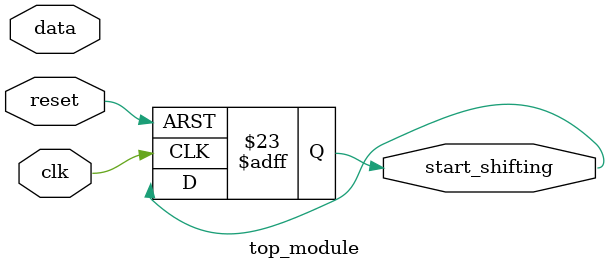
<source format=sv>
module top_module(
  input clk,
  input reset,
  input data,
  output reg start_shifting);

  reg [3:0] state;
  reg [3:0] next_state;

  // Define state values
  parameter IDLE = 4'b0000;
  parameter S1 = 4'b0001;
  parameter S2 = 4'b0010;
  parameter S3 = 4'b0011;
  parameter S4 = 4'b0100;

  always @(posedge clk or posedge reset) begin
    if (reset) begin
        state <= IDLE;
        start_shifting <= 0;
    end
    else begin
        state <= next_state;
        case (state)
            IDLE: begin
                if (data) begin
                    next_state <= S1;
                end
                else begin
                    next_state <= IDLE;
                end
            end
            S1: begin
                if (data) begin
                    next_state <= S1;
                end
                else begin
                    next_state <= S2;
                end
            end
            S2: begin
                if (data) begin
                    next_state <= S1;
                end
                else begin
                    next_state <= S3;
                end
            end
            S3: begin
                if (data) begin
                    next_state <= S4;
                end
                else begin
                    next_state <= S2;
                end
            end
            S4: begin
                if (data) begin
                    next_state <= S1;
                end
                else begin
                    next_state <= S4;
                end
            end
        endcase
    end
  end
endmodule

</source>
